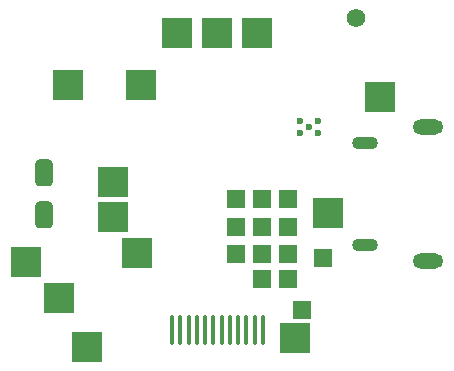
<source format=gbr>
%TF.GenerationSoftware,KiCad,Pcbnew,(6.0.5-0)*%
%TF.CreationDate,2022-09-09T19:09:32+08:00*%
%TF.ProjectId,Nebula,4e656275-6c61-42e6-9b69-6361645f7063,rev?*%
%TF.SameCoordinates,Original*%
%TF.FileFunction,Soldermask,Top*%
%TF.FilePolarity,Negative*%
%FSLAX46Y46*%
G04 Gerber Fmt 4.6, Leading zero omitted, Abs format (unit mm)*
G04 Created by KiCad (PCBNEW (6.0.5-0)) date 2022-09-09 19:09:32*
%MOMM*%
%LPD*%
G01*
G04 APERTURE LIST*
G04 Aperture macros list*
%AMRoundRect*
0 Rectangle with rounded corners*
0 $1 Rounding radius*
0 $2 $3 $4 $5 $6 $7 $8 $9 X,Y pos of 4 corners*
0 Add a 4 corners polygon primitive as box body*
4,1,4,$2,$3,$4,$5,$6,$7,$8,$9,$2,$3,0*
0 Add four circle primitives for the rounded corners*
1,1,$1+$1,$2,$3*
1,1,$1+$1,$4,$5*
1,1,$1+$1,$6,$7*
1,1,$1+$1,$8,$9*
0 Add four rect primitives between the rounded corners*
20,1,$1+$1,$2,$3,$4,$5,0*
20,1,$1+$1,$4,$5,$6,$7,0*
20,1,$1+$1,$6,$7,$8,$9,0*
20,1,$1+$1,$8,$9,$2,$3,0*%
G04 Aperture macros list end*
%ADD10R,2.500000X2.500000*%
%ADD11R,1.500000X1.500000*%
%ADD12RoundRect,0.087500X0.087500X-1.162500X0.087500X1.162500X-0.087500X1.162500X-0.087500X-1.162500X0*%
%ADD13C,0.600000*%
%ADD14RoundRect,0.381000X-0.381000X0.762000X-0.381000X-0.762000X0.381000X-0.762000X0.381000X0.762000X0*%
%ADD15C,1.560000*%
%ADD16O,2.200000X1.100000*%
%ADD17O,2.600000X1.300000*%
G04 APERTURE END LIST*
D10*
%TO.C,SDA*%
X148800000Y-80800000D03*
%TD*%
%TO.C,HES3*%
X151800000Y-76400000D03*
%TD*%
%TO.C,GAIN*%
X139000000Y-95800000D03*
%TD*%
%TO.C,BCLK*%
X146400000Y-92000000D03*
%TD*%
D11*
%TO.C,35*%
X159000000Y-92800000D03*
%TD*%
D10*
%TO.C,HES2*%
X155200000Y-76400000D03*
%TD*%
D11*
%TO.C,38*%
X159000000Y-95100000D03*
%TD*%
%TO.C,39*%
X161200000Y-95100000D03*
%TD*%
D10*
%TO.C,IN+*%
X164600000Y-91600000D03*
%TD*%
D11*
%TO.C,46*%
X162400000Y-99800000D03*
%TD*%
D10*
%TO.C,IO0*%
X144200000Y-103000000D03*
%TD*%
%TO.C,SD*%
X141800000Y-98800000D03*
%TD*%
D11*
%TO.C,37*%
X156800000Y-95100000D03*
%TD*%
%TO.C,48*%
X161200000Y-90400000D03*
%TD*%
D10*
%TO.C,HES1*%
X158600000Y-76400000D03*
%TD*%
D11*
%TO.C,47*%
X156800000Y-90400000D03*
%TD*%
%TO.C,42*%
X164200000Y-95400000D03*
%TD*%
%TO.C,36*%
X161200000Y-92800000D03*
%TD*%
D10*
%TO.C,EN*%
X161800000Y-102200000D03*
%TD*%
%TO.C,LRCLK*%
X146400000Y-89000000D03*
%TD*%
%TO.C,DIN*%
X148400000Y-95000000D03*
%TD*%
D11*
%TO.C,34*%
X159000000Y-90400000D03*
%TD*%
D10*
%TO.C,SCL*%
X142600000Y-80800000D03*
%TD*%
D11*
%TO.C,33*%
X156800000Y-92800000D03*
%TD*%
%TO.C,41*%
X161200000Y-97200000D03*
%TD*%
%TO.C,40*%
X159000000Y-97200000D03*
%TD*%
D10*
%TO.C,PSU*%
X169000000Y-81800000D03*
%TD*%
D12*
%TO.C,J2*%
X159119000Y-101500000D03*
X158400000Y-101500000D03*
X157700000Y-101500000D03*
X157000000Y-101500000D03*
X156300000Y-101500000D03*
X155600000Y-101500000D03*
X154900000Y-101500000D03*
X154200000Y-101500000D03*
X153500000Y-101500000D03*
X152800000Y-101500000D03*
X152100000Y-101500000D03*
X151400000Y-101500000D03*
%TD*%
D13*
%TO.C,U7*%
X163723586Y-83850003D03*
X162223586Y-83850003D03*
X162973586Y-84350003D03*
X162223586Y-84850003D03*
X163723586Y-84850003D03*
%TD*%
D14*
%TO.C,LS1*%
X140578584Y-88250000D03*
X140578584Y-91750000D03*
%TD*%
D15*
%TO.C,U11*%
X167011273Y-75131533D03*
%TD*%
D16*
%TO.C,J1*%
X167740000Y-85680000D03*
X167740000Y-94320000D03*
D17*
X173100000Y-84350000D03*
X173100000Y-95650000D03*
%TD*%
M02*

</source>
